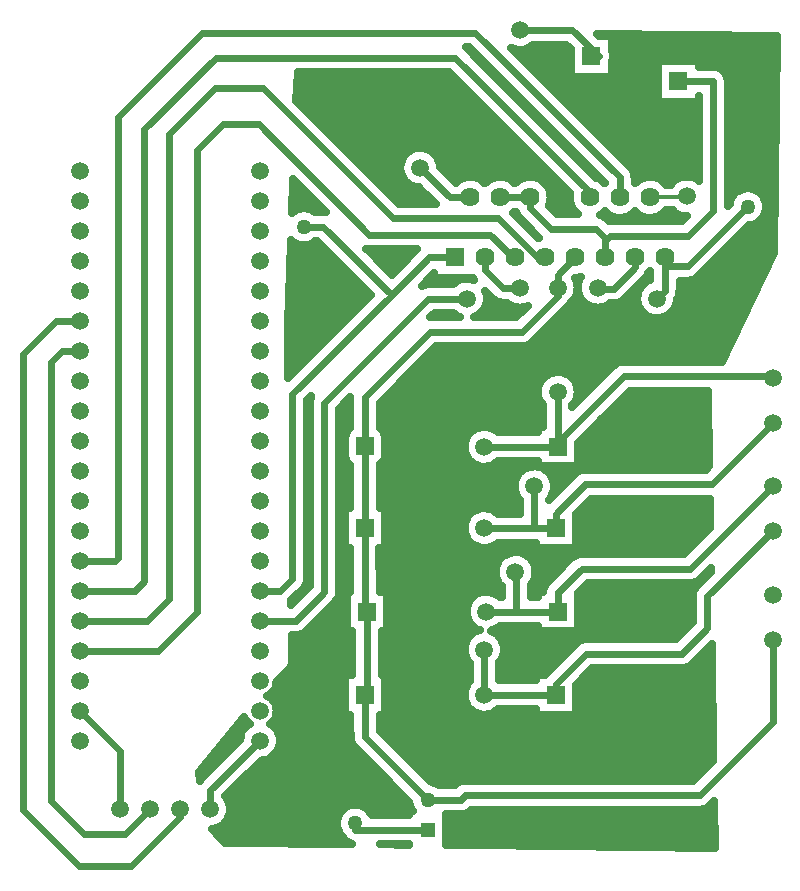
<source format=gbr>
G04 DipTrace 5.1.0.2*
G04 Stepper_0.1.0.gbr*
%MOIN*%
G04 #@! TF.FileFunction,Copper,L1,Top*
G04 #@! TF.Part,Single*
%AMOUTLINE0*
4,1,4,
-0.029416,0.029639,
0.029639,0.029416,
0.029416,-0.029639,
-0.029639,-0.029416,
-0.029416,0.029639,
0*%
G04 #@! TA.AperFunction,Conductor*
%ADD14C,0.023622*%
%ADD15C,0.0125*%
G04 #@! TA.AperFunction,CopperBalancing*
%ADD16C,0.025*%
G04 #@! TA.AperFunction,ComponentPad*
%ADD17R,0.062992X0.062992*%
%ADD18C,0.062992*%
%ADD19C,0.05*%
%ADD20R,0.05X0.05*%
%ADD21R,0.059055X0.059055*%
%ADD22C,0.059055*%
%ADD23C,0.059055*%
%ADD24C,0.05*%
%ADD26R,0.06378X0.06378*%
%ADD27C,0.06378*%
%ADD52OUTLINE0*%
%FSLAX26Y26*%
G04*
G70*
G90*
G75*
G01*
G04 Top*
%LPD*%
X2282400Y2694819D2*
D14*
Y2658835D1*
X2351193Y2590042D1*
X2501724D1*
X2532400Y2559366D1*
Y2494819D1*
X2182400Y2694819D2*
X2282400D1*
X2532400Y2494819D2*
Y2549188D1*
X2550077Y2566865D1*
X2810063D1*
X2893156Y2649958D1*
Y3081903D1*
X2776444D1*
X1216600Y655548D2*
Y718126D1*
X1382269Y883795D1*
X782269Y1483795D2*
X899825D1*
X910386Y1494356D1*
Y2964358D1*
X1189077Y3243050D1*
X2100727D1*
X2582400Y2761377D1*
Y2694819D1*
X782269Y1383795D2*
X964709D1*
X996391Y1415478D1*
Y2921335D1*
X1235129Y3160072D1*
X2033941D1*
X2482400Y2711613D1*
Y2694819D1*
X2332400Y2494819D2*
X2306457D1*
X2176312Y2624963D1*
X1826609D1*
X1393142Y3058430D1*
X1233277D1*
X1080686Y2905840D1*
Y1357542D1*
X1006940Y1283795D1*
X782269D1*
Y1183795D2*
X1041390D1*
X1171919Y1314324D1*
Y2852781D1*
X1258802Y2939664D1*
X1377566D1*
X1746176Y2571054D1*
X2148969D1*
X2225203Y2494819D1*
X2232400D1*
X782269Y2183795D2*
X721199D1*
X684328Y2146924D1*
Y684110D1*
X795472Y572966D1*
X934024D1*
X1016600Y655542D1*
X2375118Y2393894D2*
Y2437537D1*
X2432400Y2494819D1*
X2487289Y3164992D2*
X2510953D1*
X2423210Y3252735D1*
X2247546D1*
X1940762Y687072D2*
X2051675D1*
X2066886Y702282D1*
X2847445D1*
X3090894Y945731D1*
Y1219193D1*
X1732381Y1865055D2*
Y1592577D1*
X1732379Y1592576D1*
Y1314093D1*
X1739058D1*
Y1043256D1*
X1732433Y1036631D1*
Y895400D1*
X1940762Y687072D1*
X1732381Y1865055D2*
Y2030253D1*
X1949383Y2247256D1*
X2256497D1*
X2375118Y2365877D1*
Y2393894D1*
X916600Y655539D2*
Y849465D1*
X782269Y983795D1*
X2082400Y2694819D2*
X2015303D1*
X1916377Y2793745D1*
X2130016Y1863551D2*
X2374371D1*
X2375118Y1864297D1*
Y2046760D2*
Y1867720D1*
X2379288Y1863551D1*
X2130016D1*
X2375118Y1864297D2*
Y1879989D1*
X2594238Y2099109D1*
X3083883D1*
X3090894Y2092098D1*
X2132400Y2494819D2*
Y2451370D1*
X2191703Y2392067D1*
X2245719D1*
X2247546Y2393894D1*
X2130017Y1592576D2*
X2296873Y1592570D1*
X2368440D1*
X2296873Y1732020D2*
Y1592570D1*
X2368440D2*
Y1640672D1*
X2466899Y1739132D1*
X2887927D1*
X3090894Y1942098D1*
X2632400Y2494819D2*
Y2461633D1*
X2561076Y2390308D1*
X2511054D1*
X2507469Y2393894D1*
X2136696Y1314106D2*
X2236762Y1314105D1*
X2375107D1*
X2375118Y1314094D1*
X2236762Y1314105D2*
Y1419432D1*
X2234041Y1422154D1*
Y1446160D1*
X2375118Y1314094D2*
Y1377980D1*
X2454655Y1457517D1*
X2814185D1*
X3090894Y1734226D1*
X2682400Y2694819D2*
D15*
X2800938D1*
X2804528Y2698408D1*
X2130071Y1036631D2*
D14*
X2368434D1*
X2368440Y1036625D1*
X2130071D2*
Y1187592D1*
X2368440Y1036625D2*
Y1072545D1*
X2469348Y1173454D1*
X2787695D1*
X2873404Y1259163D1*
Y1366736D1*
X3090894Y1584226D1*
X1699688Y608066D2*
Y587072D1*
X1940768D1*
X782269Y2283795D2*
X702883D1*
X591109Y2172021D1*
Y651844D1*
X777546Y465407D1*
X953227D1*
X1116600Y628780D1*
Y655545D1*
X3008432Y2663608D2*
X3005801D1*
X2807751Y2465558D1*
X2732400D1*
Y2494819D1*
X1382269Y1283795D2*
X1501499D1*
X1596671Y1378967D1*
Y2010102D1*
X1944050Y2357482D1*
X2072134D1*
X2732400Y2494819D2*
Y2383911D1*
X2705971Y2357482D1*
X1529022Y2597593D2*
X1593381D1*
X1821780Y2369194D1*
X1947322Y2494736D1*
X2032318D1*
X2032400Y2494819D1*
X1382269Y1383795D2*
X1449923D1*
X1490577Y1424450D1*
Y2037992D1*
X1821780Y2369194D1*
X2557847Y3222945D2*
D16*
X3102915D1*
X2287190Y3198076D2*
X2406977D1*
X2557847D2*
X3102538D1*
X2091711Y3173207D2*
X2099665D1*
X2241474D2*
X2416738D1*
X2561112D2*
X3102180D1*
X2116579Y3148338D2*
X2124533D1*
X2266341D2*
X2416738D1*
X2558869D2*
X2705893D1*
X2847001D2*
X3101821D1*
X2141446Y3123470D2*
X2149401D1*
X2291209D2*
X2416738D1*
X2557847D2*
X2705893D1*
X2920384D2*
X3101462D1*
X1509777Y3098601D2*
X2024506D1*
X2166314D2*
X2174268D1*
X2316077D2*
X2416738D1*
X2557847D2*
X2705893D1*
X2941054D2*
X3101103D1*
X1508790Y3073732D2*
X2049373D1*
X2191182D2*
X2199136D1*
X2340945D2*
X2705893D1*
X2944014D2*
X3100726D1*
X1507786Y3048863D2*
X2074241D1*
X2216050D2*
X2224022D1*
X2365812D2*
X2705893D1*
X2944014D2*
X3100367D1*
X1506781Y3023994D2*
X2099127D1*
X2240917D2*
X2248890D1*
X2390680D2*
X2705893D1*
X2944014D2*
X3100009D1*
X1523341Y2999126D2*
X2123995D1*
X2265785D2*
X2273757D1*
X2415548D2*
X2842288D1*
X2944014D2*
X3099650D1*
X1548209Y2974257D2*
X2148862D1*
X2290653D2*
X2298625D1*
X2440416D2*
X2842288D1*
X2944014D2*
X3099291D1*
X1573077Y2949388D2*
X2173730D1*
X2315521D2*
X2323493D1*
X2465283D2*
X2842288D1*
X2944014D2*
X3098914D1*
X1597945Y2924519D2*
X2198598D1*
X2340388D2*
X2348360D1*
X2490151D2*
X2842288D1*
X2944014D2*
X3098555D1*
X1622830Y2899651D2*
X2223466D1*
X2365256D2*
X2373228D1*
X2515019D2*
X2842288D1*
X2944014D2*
X3098196D1*
X1647698Y2874782D2*
X2248333D1*
X2390124D2*
X2398096D1*
X2539886D2*
X2842288D1*
X2944014D2*
X3097838D1*
X1672566Y2849913D2*
X1879067D1*
X1953700D2*
X2273201D1*
X2414992D2*
X2422964D1*
X2564772D2*
X2842288D1*
X2944014D2*
X3097479D1*
X1697433Y2825044D2*
X1855671D1*
X1977079D2*
X2298069D1*
X2439877D2*
X2447831D1*
X2589640D2*
X2842288D1*
X2944014D2*
X3097120D1*
X1722301Y2800176D2*
X1848099D1*
X1984650D2*
X2322937D1*
X2464745D2*
X2472699D1*
X2614508D2*
X2842288D1*
X2944014D2*
X3096743D1*
X1747169Y2775307D2*
X1850414D1*
X2005714D2*
X2347804D1*
X2489613D2*
X2497567D1*
X2631212D2*
X2842288D1*
X2944014D2*
X3096384D1*
X1772037Y2750438D2*
X1863960D1*
X2030582D2*
X2040008D1*
X2124796D2*
X2140017D1*
X2224787D2*
X2240008D1*
X2324797D2*
X2372672D1*
X2724798D2*
X2761280D1*
X2944014D2*
X3096025D1*
X1494813Y2725569D2*
X1520764D1*
X1796904D2*
X1913659D1*
X2346040D2*
X2397540D1*
X2944014D2*
X3095667D1*
X1493809Y2700701D2*
X1545631D1*
X1821772D2*
X1938527D1*
X2353091D2*
X2411714D1*
X2944014D2*
X2956813D1*
X3060064D2*
X3095308D1*
X1492804Y2675832D2*
X1570499D1*
X1846640D2*
X1963395D1*
X2350651D2*
X2414136D1*
X3071260D2*
X3094931D1*
X1562186Y2650963D2*
X1595367D1*
X2361165D2*
X2427360D1*
X2737447D2*
X2756023D1*
X3071170D2*
X3094572D1*
X2536460Y2626094D2*
X2798384D1*
X3059741D2*
X3094213D1*
X3014311Y2601225D2*
X3093854D1*
X2989444Y2576357D2*
X3093496D1*
X2964576Y2551488D2*
X3093137D1*
X1486811Y2526619D2*
X1593447D1*
X2939708D2*
X3092760D1*
X1485824Y2501750D2*
X1618315D1*
X1760123D2*
X1883427D1*
X2914840D2*
X3088400D1*
X1484820Y2476882D2*
X1643200D1*
X1784991D2*
X1858559D1*
X2889973D2*
X3076469D1*
X1483815Y2452013D2*
X1668068D1*
X1809859D2*
X1833692D1*
X2865105D2*
X3064519D1*
X1482828Y2427144D2*
X1692936D1*
X1950632D2*
X1961457D1*
X2668818D2*
X2681527D1*
X2839645D2*
X3052570D1*
X1481823Y2402275D2*
X1717804D1*
X2643951D2*
X2654883D1*
X2783271D2*
X3040638D1*
X1480819Y2377407D2*
X1742671D1*
X2619083D2*
X2640458D1*
X2782822D2*
X3028689D1*
X1479832Y2352538D2*
X1734221D1*
X2140531D2*
X2161332D1*
X2429166D2*
X2453429D1*
X2593785D2*
X2637569D1*
X2774372D2*
X3016739D1*
X1478827Y2327669D2*
X1709353D1*
X2133606D2*
X2266006D1*
X2407815D2*
X2644495D1*
X2767446D2*
X3004790D1*
X1477840Y2302800D2*
X1684485D1*
X1960267D2*
X2032526D1*
X2111734D2*
X2241139D1*
X2382947D2*
X2666366D1*
X2745575D2*
X2992858D1*
X1476835Y2277931D2*
X1659617D1*
X2358079D2*
X2980909D1*
X1477140Y2253063D2*
X1634750D1*
X2333212D2*
X2968960D1*
X1477445Y2228194D2*
X1609882D1*
X2308344D2*
X2957010D1*
X1477768Y2203325D2*
X1585014D1*
X2279224D2*
X2945079D1*
X1478073Y2178456D2*
X1560146D1*
X1951476D2*
X2933129D1*
X1478396Y2153588D2*
X1535279D1*
X1926608D2*
X2921180D1*
X1478701Y2128719D2*
X1510411D1*
X1901740D2*
X2552954D1*
X1876872Y2103850D2*
X2339336D1*
X2410901D2*
X2528086D1*
X1852005Y2078981D2*
X2314916D1*
X2435320D2*
X2503219D1*
X1827137Y2054113D2*
X2306950D1*
X2443286D2*
X2478333D1*
X1802269Y2029244D2*
X2308906D1*
X2441331D2*
X2453465D1*
X2595274D2*
X2874100D1*
X1661836Y2004375D2*
X1681507D1*
X1783250D2*
X2321914D1*
X2570406D2*
X2874441D1*
X1647536Y1979506D2*
X1681507D1*
X1783250D2*
X2324246D1*
X2545538D2*
X2874799D1*
X1647536Y1954638D2*
X1681507D1*
X1783250D2*
X2324246D1*
X2520671D2*
X2875140D1*
X1647536Y1929769D2*
X1681507D1*
X1783250D2*
X2306537D1*
X2495803D2*
X2875499D1*
X1647536Y1904900D2*
X1665359D1*
X1799560D2*
X2075964D1*
X2470935D2*
X2875840D1*
X1647536Y1880031D2*
X1663852D1*
X1801013D2*
X2063530D1*
X2446067D2*
X2876181D1*
X1647536Y1855162D2*
X1663762D1*
X1800923D2*
X2061969D1*
X2443699D2*
X2876540D1*
X1647536Y1830294D2*
X1664085D1*
X1800493D2*
X2070420D1*
X2443699D2*
X2876881D1*
X1647536Y1805425D2*
X1679659D1*
X1785188D2*
X2096077D1*
X2163946D2*
X2306537D1*
X2443699D2*
X2877240D1*
X1647536Y1780556D2*
X1681507D1*
X1783250D2*
X2249535D1*
X2344210D2*
X2439435D1*
X1647536Y1755687D2*
X1681507D1*
X1783250D2*
X2232670D1*
X2361076D2*
X2412557D1*
X1647536Y1730819D2*
X1681507D1*
X1783250D2*
X2228292D1*
X2365436D2*
X2387690D1*
X1647536Y1705950D2*
X1681507D1*
X1783250D2*
X2233657D1*
X1647536Y1681081D2*
X1681507D1*
X1783250D2*
X2246001D1*
X2479745D2*
X2878962D1*
X1647536Y1656212D2*
X1663798D1*
X1800959D2*
X2109695D1*
X2150328D2*
X2246001D1*
X2454877D2*
X2879321D1*
X1647536Y1631344D2*
X1663798D1*
X1800959D2*
X2074008D1*
X2437024D2*
X2879662D1*
X1647536Y1606475D2*
X1663798D1*
X1800959D2*
X2062920D1*
X2437024D2*
X2880021D1*
X1647536Y1581606D2*
X1663798D1*
X1800959D2*
X2062346D1*
X2437024D2*
X2867371D1*
X1647536Y1556737D2*
X1663798D1*
X1800959D2*
X2071998D1*
X2437024D2*
X2842504D1*
X1647536Y1531869D2*
X1663798D1*
X1800959D2*
X2101406D1*
X2158617D2*
X2299863D1*
X2437024D2*
X2817636D1*
X1647536Y1507000D2*
X1681507D1*
X1783250D2*
X2205739D1*
X2262340D2*
X2792768D1*
X1647536Y1482131D2*
X1681507D1*
X1783250D2*
X2176098D1*
X2291981D2*
X2408377D1*
X1647536Y1457262D2*
X1681507D1*
X1783250D2*
X2166392D1*
X2301687D2*
X2383491D1*
X1647536Y1432393D2*
X1681507D1*
X1783250D2*
X2166912D1*
X2301167D2*
X2358623D1*
X2859955D2*
X2868161D1*
X1647536Y1407525D2*
X1681507D1*
X1783250D2*
X2177929D1*
X2290151D2*
X2334330D1*
X2475564D2*
X2843293D1*
X1519681Y1382656D2*
X1529465D1*
X1647536D2*
X1681507D1*
X1783250D2*
X2185895D1*
X2287621D2*
X2324480D1*
X2450696D2*
X2825225D1*
X1494813Y1357787D2*
X1504598D1*
X1642656D2*
X1670472D1*
X1807634D2*
X2084612D1*
X2443699D2*
X2822534D1*
X1621520Y1332918D2*
X1670472D1*
X1807634D2*
X2070850D1*
X2443699D2*
X2822534D1*
X1596653Y1308050D2*
X1670472D1*
X1807634D2*
X2068392D1*
X2443699D2*
X2822534D1*
X1571785Y1283181D2*
X1670472D1*
X1807634D2*
X2075802D1*
X2443699D2*
X2822534D1*
X1546917Y1258312D2*
X1670472D1*
X1807634D2*
X2098786D1*
X2174603D2*
X2306537D1*
X2443699D2*
X2801650D1*
X1489969Y1233443D2*
X1688199D1*
X1789925D2*
X2079983D1*
X2180165D2*
X2776782D1*
X1490274Y1208575D2*
X1688199D1*
X1789925D2*
X2064911D1*
X2195237D2*
X2433585D1*
X1490597Y1183706D2*
X1688199D1*
X1789925D2*
X2061610D1*
X2198538D2*
X2408700D1*
X2868855D2*
X2885924D1*
X1490902Y1158837D2*
X1688199D1*
X1789925D2*
X2068069D1*
X2192061D2*
X2383832D1*
X2843987D2*
X2886282D1*
X1491207Y1133968D2*
X1688199D1*
X1789925D2*
X2079211D1*
X2180937D2*
X2358964D1*
X2818132D2*
X2886623D1*
X1467649Y1109099D2*
X1688199D1*
X1789925D2*
X2079211D1*
X2180937D2*
X2334097D1*
X2475887D2*
X2886964D1*
X1442763Y1084231D2*
X1663852D1*
X1801013D2*
X2079211D1*
X2451019D2*
X2887323D1*
X1434546Y1059362D2*
X1663852D1*
X1801013D2*
X2065521D1*
X2437024D2*
X2887664D1*
X1410145Y1034493D2*
X1663852D1*
X1801013D2*
X2061520D1*
X2437024D2*
X2888005D1*
X1433846Y1009624D2*
X1663852D1*
X1801013D2*
X2067262D1*
X2437024D2*
X2888364D1*
X1440216Y984756D2*
X1663852D1*
X1801013D2*
X2086639D1*
X2173509D2*
X2299863D1*
X2437024D2*
X2888705D1*
X1434797Y959887D2*
X1681561D1*
X1783304D2*
X2889063D1*
X1309920Y935018D2*
X1338023D1*
X1426526D2*
X1681561D1*
X1783304D2*
X2889404D1*
X1289735Y910149D2*
X1319166D1*
X1445365D2*
X1681561D1*
X1788579D2*
X2889745D1*
X1269550Y885281D2*
X1312851D1*
X1450837D2*
X1682637D1*
X1813447D2*
X2890104D1*
X1249366Y860412D2*
X1287983D1*
X1446585D2*
X1696524D1*
X1838315D2*
X2890445D1*
X1229181Y835543D2*
X1263115D1*
X1429917D2*
X1721392D1*
X1863183D2*
X2890804D1*
X1208996Y810674D2*
X1238247D1*
X1380056D2*
X1746260D1*
X1888068D2*
X2884937D1*
X1188829Y785806D2*
X1213380D1*
X1355188D2*
X1771127D1*
X1912936D2*
X2860069D1*
X1330302Y760937D2*
X1795995D1*
X1937804D2*
X2835201D1*
X1305435Y736068D2*
X1820863D1*
X1980524D2*
X2029763D1*
X1280567Y711199D2*
X1845731D1*
X1277571Y686330D2*
X1870598D1*
X1284909Y661462D2*
X1666561D1*
X1732815D2*
X1882279D1*
X2875888D2*
X2893226D1*
X1282397Y636593D2*
X1642644D1*
X1756732D2*
X1876717D1*
X2004817D2*
X2893585D1*
X1268564Y611724D2*
X1635736D1*
X2004817D2*
X2893926D1*
X1226256Y586855D2*
X1639397D1*
X2004817D2*
X2894267D1*
X1251124Y561987D2*
X1655832D1*
X2004817D2*
X2894625D1*
X2004817Y537118D2*
X2894966D1*
X1657432Y563536D2*
X1654580Y566181D1*
X1648841Y573372D1*
X1644238Y581338D1*
X1640874Y589901D1*
X1638823Y598869D1*
X1638133Y608043D1*
X1638817Y617218D1*
X1640861Y626188D1*
X1644219Y634753D1*
X1648816Y642722D1*
X1654549Y649917D1*
X1661291Y656178D1*
X1668891Y661363D1*
X1677178Y665358D1*
X1685969Y668073D1*
X1695065Y669447D1*
X1704265Y669450D1*
X1713363Y668082D1*
X1722156Y665374D1*
X1730446Y661385D1*
X1738049Y656205D1*
X1744796Y649950D1*
X1750534Y642759D1*
X1754764Y635439D1*
X1879212D1*
Y648627D1*
X1892914Y648622D1*
X1889915Y652379D1*
X1885312Y660344D1*
X1881948Y668907D1*
X1879898Y677876D1*
X1879762Y679677D1*
X1698233Y861200D1*
X1692391Y868272D1*
X1687990Y876319D1*
X1685187Y885053D1*
X1684083Y894168D1*
X1684067Y931786D1*
Y970550D1*
X1666351Y970548D1*
Y1102714D1*
X1690689D1*
X1690692Y1248005D1*
X1672975Y1248011D1*
Y1380176D1*
X1684019D1*
X1684013Y1526489D1*
X1666297Y1526493D1*
Y1658659D1*
X1684015D1*
X1684014Y1804253D1*
X1679341Y1807557D1*
X1673092Y1814258D1*
X1668707Y1822302D1*
X1666459Y1831184D1*
X1666187Y1835779D1*
X1666410Y1894833D1*
X1667593Y1903919D1*
X1670997Y1912425D1*
X1676410Y1919817D1*
X1683500Y1925635D1*
X1684014Y1929351D1*
Y2029044D1*
X1645032Y1990064D1*
X1645037Y1596888D1*
Y1378967D1*
X1644167Y1369836D1*
X1641589Y1361033D1*
X1637395Y1352875D1*
X1631730Y1345650D1*
X1605435Y1319332D1*
X1535699Y1249595D1*
X1528627Y1243754D1*
X1520579Y1239352D1*
X1511846Y1236549D1*
X1502731Y1235446D1*
X1487429Y1235429D1*
X1488304Y1166622D1*
X1488663Y1138021D1*
X1488648Y1137145D1*
X1486923Y1131436D1*
X1485004Y1128963D1*
X1437530Y1081482D1*
X1436963Y1074651D1*
X1434712Y1065773D1*
X1431030Y1057387D1*
X1426018Y1049722D1*
X1419813Y1042986D1*
X1412584Y1037363D1*
X1406110Y1033861D1*
X1406109Y1033731D1*
X1412613Y1030209D1*
X1419839Y1024581D1*
X1426040Y1017841D1*
X1431047Y1010173D1*
X1434723Y1001784D1*
X1436968Y992905D1*
X1437722Y983795D1*
X1436963Y974651D1*
X1434712Y965773D1*
X1431030Y957387D1*
X1426018Y949722D1*
X1419813Y942986D1*
X1416432Y940355D1*
X1416482Y940163D1*
X1419188Y938603D1*
X1426457Y932931D1*
X1432865Y926303D1*
X1438289Y918848D1*
X1442622Y910711D1*
X1445781Y902049D1*
X1447703Y893032D1*
X1448352Y883795D1*
X1447714Y874638D1*
X1445803Y865619D1*
X1442655Y856954D1*
X1438332Y848811D1*
X1432917Y841349D1*
X1426517Y834713D1*
X1419256Y829033D1*
X1411274Y824418D1*
X1402728Y820959D1*
X1393784Y818724D1*
X1384625Y817755D1*
X1266144Y699271D1*
X1267196Y698056D1*
X1272620Y690601D1*
X1276953Y682463D1*
X1280111Y673802D1*
X1282034Y664785D1*
X1282682Y655548D1*
X1282045Y646391D1*
X1280134Y637372D1*
X1276986Y628707D1*
X1272662Y620564D1*
X1267248Y613102D1*
X1260848Y606466D1*
X1253586Y600785D1*
X1245605Y596171D1*
X1237059Y592712D1*
X1228115Y590476D1*
X1220889Y589712D1*
X1266279Y544327D1*
X1689832Y539722D1*
X1688759Y539957D1*
X1686978Y540406D1*
X1685215Y540922D1*
X1683472Y541505D1*
X1681754Y542154D1*
X1680061Y542867D1*
X1678396Y543644D1*
X1676762Y544484D1*
X1675161Y545386D1*
X1667732Y550766D1*
X1661448Y557459D1*
X1657432Y563536D1*
X2002322Y638714D2*
Y536319D1*
X2106253Y535196D1*
X2897623Y526594D1*
X2895445Y681879D1*
X2881645Y668082D1*
X2874573Y662240D1*
X2866526Y657839D1*
X2857792Y655036D1*
X2848677Y653932D1*
X2810810Y653916D1*
X2086927D1*
X2085873Y652871D1*
X2078801Y647029D1*
X2070754Y642628D1*
X2062020Y639825D1*
X2052905Y638722D1*
X2014873Y638706D1*
X2002322D1*
X1879212Y537665D2*
Y538711D1*
X1783339Y538706D1*
X1879218Y537664D1*
X2435130Y1207636D2*
X2334240Y1106745D1*
X2330915Y1103060D1*
X2330625Y1102708D1*
X2302357D1*
X2302359Y1084997D1*
X2178437Y1084992D1*
X2178438Y1142780D1*
X2180719Y1145146D1*
X2186134Y1152608D1*
X2190457Y1160751D1*
X2193605Y1169416D1*
X2195516Y1178435D1*
X2196154Y1187632D1*
X2195505Y1196829D1*
X2193582Y1205846D1*
X2190424Y1214507D1*
X2186091Y1222645D1*
X2180667Y1230100D1*
X2174259Y1236728D1*
X2166990Y1242400D1*
X2159003Y1247004D1*
X2151923Y1249962D1*
X2157155Y1251270D1*
X2165701Y1254729D1*
X2173682Y1259343D1*
X2180944Y1265024D1*
X2181637Y1265743D1*
X2302156Y1265739D1*
X2309036Y1265747D1*
Y1248011D1*
X2441201D1*
X2441204Y1375666D1*
X2474695Y1409151D1*
X2815427Y1409167D1*
X2824532Y1410271D1*
X2833266Y1413074D1*
X2841314Y1417476D1*
X2848385Y1423317D1*
X2884569Y1459503D1*
X2884747Y1446479D1*
X2839204Y1400936D1*
X2835879Y1397251D1*
X2830793Y1389618D1*
X2827239Y1381162D1*
X2825346Y1372178D1*
X2825038Y1366716D1*
Y1279196D1*
X2767660Y1221820D1*
X2469348D1*
X2464392Y1221565D1*
X2455398Y1219764D1*
X2446905Y1216298D1*
X2439214Y1211284D1*
X2435130Y1207636D1*
X2274540Y2333703D2*
X2268005Y2331058D1*
X2259061Y2328822D1*
X2249893Y2327853D1*
X2240679Y2328169D1*
X2231598Y2329764D1*
X2222829Y2332608D1*
X2214540Y2336644D1*
X2206893Y2341795D1*
X2204771Y2343703D1*
X2191703Y2343701D1*
X2182572Y2344571D1*
X2173769Y2347149D1*
X2165612Y2351342D1*
X2158386Y2357007D1*
X2133589Y2381781D1*
X2135645Y2375735D1*
X2137568Y2366719D1*
X2138217Y2357482D1*
X2137579Y2348325D1*
X2135668Y2339306D1*
X2132520Y2330640D1*
X2128197Y2322498D1*
X2122782Y2315036D1*
X2116382Y2308400D1*
X2109120Y2302719D1*
X2101139Y2298105D1*
X2095005Y2295622D1*
X2236456D1*
X2274313Y2333472D1*
X1913855Y2727871D2*
X1909509Y2728021D1*
X1900429Y2729616D1*
X1891659Y2732459D1*
X1883370Y2736496D1*
X1875724Y2741647D1*
X1868869Y2747811D1*
X1862938Y2754870D1*
X1858048Y2762686D1*
X1854293Y2771106D1*
X1851746Y2779966D1*
X1850458Y2789095D1*
X1850452Y2798315D1*
X1851730Y2807445D1*
X1854265Y2816309D1*
X1858010Y2824734D1*
X1862891Y2832555D1*
X1868813Y2839621D1*
X1875660Y2845794D1*
X1883300Y2850954D1*
X1891584Y2855001D1*
X1900350Y2857855D1*
X1909429Y2859462D1*
X1918642Y2859789D1*
X1927812Y2858831D1*
X1936759Y2856606D1*
X1945309Y2853158D1*
X1953296Y2848553D1*
X1960564Y2842882D1*
X1966973Y2836254D1*
X1972396Y2828798D1*
X1976730Y2820661D1*
X1979888Y2811999D1*
X1981811Y2802982D1*
X1982286Y2796238D1*
X2034664Y2743858D1*
X2038238Y2747110D1*
X2045602Y2752530D1*
X2053622Y2756920D1*
X2062156Y2760202D1*
X2071052Y2762316D1*
X2080149Y2763227D1*
X2089287Y2762916D1*
X2098302Y2761391D1*
X2107034Y2758677D1*
X2115325Y2754824D1*
X2123030Y2749900D1*
X2130009Y2743993D1*
X2132301Y2741456D1*
X2138238Y2747110D1*
X2145602Y2752530D1*
X2153622Y2756920D1*
X2162156Y2760202D1*
X2171052Y2762316D1*
X2180149Y2763227D1*
X2189287Y2762916D1*
X2198302Y2761391D1*
X2207034Y2758677D1*
X2215325Y2754824D1*
X2223030Y2749900D1*
X2230009Y2743993D1*
X2230745Y2743179D1*
X2233970Y2743185D1*
X2238238Y2747110D1*
X2245602Y2752530D1*
X2253622Y2756920D1*
X2262156Y2760202D1*
X2271052Y2762316D1*
X2280149Y2763227D1*
X2289287Y2762916D1*
X2298302Y2761391D1*
X2307034Y2758677D1*
X2315325Y2754824D1*
X2323030Y2749900D1*
X2330009Y2743993D1*
X2336138Y2737209D1*
X2341309Y2729668D1*
X2345428Y2721506D1*
X2348423Y2712867D1*
X2350239Y2703906D1*
X2350845Y2694819D1*
X2350230Y2685660D1*
X2348404Y2676701D1*
X2345400Y2668065D1*
X2344114Y2665524D1*
X2371222Y2638413D1*
X2443646Y2638408D1*
X2438183Y2642574D1*
X2431614Y2648934D1*
X2425951Y2656113D1*
X2421296Y2663982D1*
X2417731Y2672402D1*
X2415320Y2681221D1*
X2414106Y2690284D1*
X2414111Y2699427D1*
X2415334Y2708488D1*
X2415719Y2709891D1*
X2013906Y3111707D1*
X1507799Y3111706D1*
X1503965Y3016016D1*
X1596110Y2923863D1*
X1846646Y2673327D1*
X1968395Y2673329D1*
X1914016Y2727706D1*
X2807206Y2632402D2*
X2806874Y2632367D1*
X2797660Y2632683D1*
X2788580Y2634279D1*
X2779810Y2637122D1*
X2771521Y2641159D1*
X2763875Y2646309D1*
X2757535Y2652011D1*
X2735801Y2652014D1*
X2729957Y2645594D1*
X2722971Y2639694D1*
X2715262Y2634779D1*
X2706966Y2630934D1*
X2698232Y2628230D1*
X2689215Y2626714D1*
X2680077Y2626413D1*
X2670980Y2627333D1*
X2662087Y2629458D1*
X2653556Y2632748D1*
X2645541Y2637147D1*
X2638183Y2642574D1*
X2632441Y2648133D1*
X2629957Y2645594D1*
X2622971Y2639694D1*
X2615262Y2634779D1*
X2606966Y2630934D1*
X2598232Y2628230D1*
X2589215Y2626714D1*
X2580077Y2626413D1*
X2570980Y2627333D1*
X2562087Y2629458D1*
X2553556Y2632748D1*
X2545541Y2637147D1*
X2538183Y2642574D1*
X2532441Y2648133D1*
X2529957Y2645594D1*
X2522971Y2639694D1*
X2517046Y2635916D1*
X2519658Y2634960D1*
X2527816Y2630767D1*
X2535041Y2625102D1*
X2545179Y2614987D1*
X2550077Y2615231D1*
X2790035D1*
X2807178Y2632380D1*
X1567040Y2549223D2*
X1559819Y2544296D1*
X1551532Y2540301D1*
X1542741Y2537586D1*
X1533644Y2536212D1*
X1524444Y2536209D1*
X1515347Y2537576D1*
X1506554Y2540285D1*
X1498264Y2544274D1*
X1490661Y2549454D1*
X1485423Y2554310D1*
X1481328Y2452147D1*
X1474327Y2277755D1*
X1476658Y2092478D1*
X1753373Y2369188D1*
X1683799Y2438775D1*
X1573353Y2549221D1*
X1567093Y2549227D1*
X1593356Y2645959D2*
X1567050Y2645960D1*
X1559780Y2650913D1*
X1551490Y2654901D1*
X1542698Y2657610D1*
X1533600Y2658978D1*
X1524400Y2658975D1*
X1515303Y2657600D1*
X1506513Y2654885D1*
X1498225Y2650890D1*
X1490626Y2645705D1*
X1489039Y2644232D1*
X1493501Y2755329D1*
X1604068Y2644762D1*
X1593356Y2645959D1*
X1316346Y886267D2*
X1316345Y888365D1*
X1317622Y897495D1*
X1320158Y906359D1*
X1323902Y914783D1*
X1328783Y922605D1*
X1334705Y929671D1*
X1341553Y935844D1*
X1348006Y940203D1*
X1344699Y943009D1*
X1338498Y949749D1*
X1333492Y957418D1*
X1330724Y963734D1*
X1180425Y778541D1*
X1181040Y750913D1*
X1182400Y752326D1*
X1316231Y886158D1*
X2090986Y2426374D2*
X1963956D1*
Y2442961D1*
X1920976Y2399990D1*
X1923250Y2401147D1*
X1924924Y2401905D1*
X1926625Y2402600D1*
X1928351Y2403229D1*
X1930099Y2403792D1*
X1931868Y2404289D1*
X1933655Y2404717D1*
X1942759Y2405831D1*
X1953199Y2405848D1*
X2027111D1*
X2031417Y2409531D1*
X2039057Y2414691D1*
X2047341Y2418737D1*
X2056108Y2421592D1*
X2065186Y2423198D1*
X2074400Y2423525D1*
X2083569Y2422567D1*
X2092516Y2420343D1*
X2096816Y2418608D1*
X2092354Y2424250D1*
X2090986Y2426374D1*
X2230730Y2646448D2*
X2229957Y2645594D1*
X2226771Y2642903D1*
X2310136Y2559540D1*
X2312156Y2560202D1*
X2312547Y2560294D1*
X2248200Y2624635D1*
X2242358Y2631706D1*
X2237954Y2639762D1*
X2234898Y2645754D1*
X2234176Y2646453D1*
X2230831D1*
X2502250Y2760164D2*
X2507034Y2758677D1*
X2515325Y2754824D1*
X2523030Y2749900D1*
X2530009Y2743993D1*
X2532301Y2741456D1*
X2533162Y2742206D1*
X2385794Y2889583D1*
X2080691Y3194686D1*
X2067721Y3194684D1*
X2133009Y3129404D1*
X2502029Y2760384D1*
X2049189Y2295621D2*
X2047416Y2296196D1*
X2039128Y2300232D1*
X2031481Y2305383D1*
X2027324Y2309121D1*
X1964079Y2309115D1*
X1950585Y2295617D1*
X2048889Y2295622D1*
X1798351Y1835301D2*
X1798575Y1894333D1*
X1798302Y1898927D1*
X1796055Y1907809D1*
X1791669Y1915854D1*
X1785413Y1922560D1*
X1780747Y1925866D1*
X1780749Y2010222D1*
X1969425Y2198890D1*
X2257739Y2198906D1*
X2266844Y2200009D1*
X2275578Y2202813D1*
X2283626Y2207214D1*
X2290697Y2213056D1*
X2410185Y2332565D1*
X2415843Y2339785D1*
X2418210Y2343908D1*
X2419366Y2344812D1*
X2425766Y2351448D1*
X2431181Y2358910D1*
X2435504Y2367052D1*
X2438652Y2375718D1*
X2440563Y2384737D1*
X2441201Y2393934D1*
X2440552Y2403131D1*
X2438630Y2412148D1*
X2435471Y2420809D1*
X2432602Y2426497D1*
X2439215Y2426714D1*
X2448232Y2428230D1*
X2451785Y2429182D1*
X2449102Y2424882D1*
X2445357Y2416457D1*
X2442821Y2407593D1*
X2441544Y2398463D1*
X2441550Y2389244D1*
X2442838Y2380115D1*
X2445385Y2371254D1*
X2449140Y2362834D1*
X2454030Y2355018D1*
X2459961Y2347960D1*
X2466816Y2341795D1*
X2474462Y2336644D1*
X2482751Y2332608D1*
X2491521Y2329764D1*
X2500601Y2328169D1*
X2509815Y2327853D1*
X2518984Y2328822D1*
X2527928Y2331058D1*
X2536474Y2334517D1*
X2544455Y2339131D1*
X2548050Y2341944D1*
X2561076Y2341942D1*
X2566033Y2342197D1*
X2575027Y2343998D1*
X2583519Y2347464D1*
X2591211Y2352478D1*
X2595294Y2356126D1*
X2666600Y2427432D1*
X2671057Y2432565D1*
X2675850Y2440385D1*
X2677112Y2443191D1*
X2679957Y2445594D1*
X2682300Y2448182D1*
X2682446Y2448128D1*
X2684031Y2446594D1*
X2684029Y2419665D1*
X2681179Y2418737D1*
X2672895Y2414691D1*
X2665255Y2409531D1*
X2658407Y2403357D1*
X2652485Y2396291D1*
X2647605Y2388470D1*
X2643860Y2380045D1*
X2641324Y2371181D1*
X2640047Y2362051D1*
X2640052Y2352832D1*
X2641341Y2343703D1*
X2643888Y2334842D1*
X2647643Y2326422D1*
X2652533Y2318606D1*
X2658463Y2311548D1*
X2665319Y2305383D1*
X2672965Y2300232D1*
X2681254Y2296196D1*
X2690024Y2293352D1*
X2699104Y2291757D1*
X2708318Y2291441D1*
X2717486Y2292410D1*
X2726430Y2294646D1*
X2734976Y2298105D1*
X2742958Y2302719D1*
X2750219Y2308400D1*
X2756619Y2315036D1*
X2762034Y2322498D1*
X2766357Y2330640D1*
X2769505Y2339306D1*
X2771416Y2348325D1*
X2771956Y2356078D1*
X2775011Y2361029D1*
X2778565Y2369485D1*
X2780459Y2378469D1*
X2780766Y2383935D1*
X2780758Y2417192D1*
X2808992Y2417207D1*
X2818098Y2418311D1*
X2826832Y2421114D1*
X2834879Y2425516D1*
X2841951Y2431358D1*
X3012811Y2602226D1*
X3013054D1*
X3022151Y2603601D1*
X3030941Y2606316D1*
X3039229Y2610310D1*
X3046828Y2615496D1*
X3053570Y2621756D1*
X3059304Y2628951D1*
X3063901Y2636920D1*
X3067259Y2645485D1*
X3069303Y2654455D1*
X3069987Y2663630D1*
X3069296Y2672804D1*
X3067246Y2681773D1*
X3063881Y2690335D1*
X3059278Y2698301D1*
X3053540Y2705492D1*
X3046793Y2711747D1*
X3039190Y2716927D1*
X3030900Y2720916D1*
X3022107Y2723624D1*
X3013010Y2724992D1*
X3003810Y2724989D1*
X2994713Y2723614D1*
X2985922Y2720900D1*
X2977635Y2716905D1*
X2970035Y2711719D1*
X2963294Y2705459D1*
X2957560Y2698264D1*
X2952963Y2690295D1*
X2949605Y2681730D1*
X2947753Y2673961D1*
X2941522Y2667727D1*
Y3072904D1*
X2941459Y3084384D1*
X2940122Y3093459D1*
X2937095Y3102118D1*
X2932489Y3110050D1*
X2926467Y3116969D1*
X2919248Y3122628D1*
X2911090Y3126821D1*
X2902287Y3129399D1*
X2893156Y3130269D1*
X2844495Y3130263D1*
Y3149954D1*
X2708392D1*
Y3013852D1*
X2844495D1*
X2844500Y3033537D1*
X2844790Y3033543D1*
X2844786Y2750609D1*
X2841279Y2753329D1*
X2833278Y2757909D1*
X2824717Y2761331D1*
X2815763Y2763529D1*
X2806591Y2764459D1*
X2797378Y2764103D1*
X2788305Y2762469D1*
X2779547Y2759587D1*
X2771276Y2755515D1*
X2763652Y2750332D1*
X2756823Y2744138D1*
X2751401Y2737628D1*
X2735761Y2737626D1*
X2730009Y2743993D1*
X2723030Y2749900D1*
X2715325Y2754824D1*
X2707034Y2758677D1*
X2698302Y2761391D1*
X2689287Y2762916D1*
X2680149Y2763227D1*
X2671052Y2762316D1*
X2662156Y2760202D1*
X2653622Y2756920D1*
X2645602Y2752530D1*
X2638238Y2747110D1*
X2632302Y2741455D1*
X2630768Y2743153D1*
X2630767Y2761377D1*
X2630512Y2766333D1*
X2628711Y2775327D1*
X2625244Y2783820D1*
X2620230Y2791511D1*
X2616582Y2795595D1*
X2218741Y3193440D1*
X2222829Y3191449D1*
X2231598Y3188605D1*
X2240679Y3187010D1*
X2249893Y3186694D1*
X2259061Y3187663D1*
X2268005Y3189899D1*
X2276551Y3193358D1*
X2284532Y3197973D1*
X2291794Y3203653D1*
X2292573Y3204369D1*
X2403175Y3204370D1*
X2419238Y3188311D1*
Y3096941D1*
X2555340D1*
Y3141180D1*
X2556317Y3148217D1*
X2558668Y3157083D1*
X2559303Y3166233D1*
X2558199Y3175339D1*
X2555340Y3184196D1*
Y3233043D1*
X2511298Y3233047D1*
X2505442Y3238907D1*
X3105562Y3233583D1*
X3095028Y2510326D1*
X2920746Y2147476D1*
X2594238D1*
X2589282Y2147221D1*
X2580288Y2145420D1*
X2571796Y2141953D1*
X2564104Y2136940D1*
X2560024Y2133295D1*
X2423484Y1996747D1*
X2423485Y2001948D1*
X2425766Y2004314D1*
X2431181Y2011776D1*
X2435504Y2019919D1*
X2438652Y2028584D1*
X2440563Y2037603D1*
X2441201Y2046800D1*
X2440552Y2055997D1*
X2438630Y2065014D1*
X2435471Y2073675D1*
X2431138Y2081813D1*
X2425714Y2089268D1*
X2419306Y2095896D1*
X2412037Y2101568D1*
X2404050Y2106172D1*
X2395500Y2109621D1*
X2386553Y2111846D1*
X2377384Y2112804D1*
X2368170Y2112476D1*
X2359092Y2110870D1*
X2350326Y2108015D1*
X2342042Y2103969D1*
X2334402Y2098809D1*
X2327554Y2092636D1*
X2321632Y2085569D1*
X2316752Y2077748D1*
X2313007Y2069323D1*
X2310471Y2060460D1*
X2309194Y2051329D1*
X2309199Y2042110D1*
X2310488Y2032981D1*
X2313035Y2024120D1*
X2316790Y2015700D1*
X2321680Y2007885D1*
X2326752Y2001738D1*
X2326753Y1930380D1*
X2309035D1*
X2309036Y1911917D1*
X2174948Y1911916D1*
X2174203Y1912687D1*
X2166935Y1918358D1*
X2158948Y1922963D1*
X2150398Y1926411D1*
X2141451Y1928636D1*
X2132281Y1929594D1*
X2123068Y1929267D1*
X2113989Y1927660D1*
X2105223Y1924806D1*
X2096939Y1920760D1*
X2089299Y1915599D1*
X2082452Y1909426D1*
X2076530Y1902360D1*
X2071649Y1894539D1*
X2067904Y1886114D1*
X2065369Y1877250D1*
X2064091Y1868120D1*
X2064097Y1858900D1*
X2065385Y1849772D1*
X2067932Y1840911D1*
X2071687Y1832491D1*
X2076577Y1824675D1*
X2082508Y1817617D1*
X2089363Y1811452D1*
X2097009Y1806301D1*
X2105298Y1802265D1*
X2114068Y1799421D1*
X2123148Y1797826D1*
X2132362Y1797510D1*
X2141531Y1798479D1*
X2150475Y1800715D1*
X2159021Y1804174D1*
X2167002Y1808788D1*
X2174264Y1814469D1*
X2175041Y1815184D1*
X2309035Y1815179D1*
Y1798215D1*
X2441201D1*
X2441198Y1877669D1*
X2614269Y2050743D1*
X2876300Y2050742D1*
X2879817Y1799422D1*
X2867899Y1787498D1*
X2466899D1*
X2461943Y1787244D1*
X2452949Y1785443D1*
X2444456Y1781976D1*
X2436765Y1776962D1*
X2432682Y1773315D1*
X2345239Y1685868D1*
X2345240Y1687208D1*
X2347521Y1689574D1*
X2352935Y1697036D1*
X2357259Y1705178D1*
X2360407Y1713844D1*
X2362318Y1722863D1*
X2362955Y1732060D1*
X2362307Y1741257D1*
X2360384Y1750273D1*
X2357226Y1758935D1*
X2352893Y1767073D1*
X2347469Y1774528D1*
X2341061Y1781156D1*
X2333792Y1786827D1*
X2325805Y1791432D1*
X2317255Y1794881D1*
X2308308Y1797105D1*
X2299138Y1798064D1*
X2289925Y1797736D1*
X2280847Y1796130D1*
X2272080Y1793275D1*
X2263796Y1789229D1*
X2256156Y1784069D1*
X2249309Y1777895D1*
X2243387Y1770829D1*
X2238506Y1763008D1*
X2234761Y1754583D1*
X2232226Y1745719D1*
X2230948Y1736589D1*
X2230954Y1727370D1*
X2232243Y1718241D1*
X2234789Y1709380D1*
X2238544Y1700960D1*
X2243435Y1693144D1*
X2248506Y1686986D1*
X2248511Y1640938D1*
X2174950Y1640942D1*
X2174205Y1641712D1*
X2166936Y1647384D1*
X2158949Y1651989D1*
X2150399Y1655437D1*
X2141452Y1657662D1*
X2132283Y1658620D1*
X2123069Y1658293D1*
X2113991Y1656686D1*
X2105224Y1653832D1*
X2096941Y1649785D1*
X2089301Y1644625D1*
X2082453Y1638452D1*
X2076531Y1631386D1*
X2071651Y1623564D1*
X2067906Y1615140D1*
X2065370Y1606276D1*
X2064093Y1597145D1*
X2064098Y1587926D1*
X2065387Y1578797D1*
X2067934Y1569936D1*
X2071689Y1561516D1*
X2076579Y1553701D1*
X2082509Y1546642D1*
X2089364Y1540477D1*
X2097011Y1535327D1*
X2105300Y1531290D1*
X2114070Y1528447D1*
X2123150Y1526851D1*
X2132364Y1526535D1*
X2141532Y1527504D1*
X2150476Y1529740D1*
X2159022Y1533199D1*
X2167004Y1537814D1*
X2174265Y1543494D1*
X2174959Y1544214D1*
X2260042Y1544205D1*
X2302357D1*
Y1526488D1*
X2434522D1*
X2434524Y1638357D1*
X2486928Y1690766D1*
X2881334Y1690771D1*
X2882676Y1594408D1*
X2794146Y1505884D1*
X2454655D1*
X2449699Y1505629D1*
X2440705Y1503828D1*
X2432213Y1500361D1*
X2424521Y1495348D1*
X2420437Y1491699D1*
X2340918Y1412180D1*
X2337593Y1408496D1*
X2332507Y1400862D1*
X2328953Y1392406D1*
X2327060Y1383431D1*
X2326807Y1380176D1*
X2309036D1*
X2309041Y1362471D1*
X2285129D1*
X2285128Y1404319D1*
X2290103Y1411176D1*
X2294427Y1419319D1*
X2297575Y1427984D1*
X2299486Y1437003D1*
X2300123Y1446201D1*
X2299475Y1455397D1*
X2297552Y1464414D1*
X2294394Y1473075D1*
X2290060Y1481213D1*
X2284637Y1488668D1*
X2278228Y1495296D1*
X2270960Y1500968D1*
X2262973Y1505573D1*
X2254423Y1509021D1*
X2245476Y1511246D1*
X2236306Y1512204D1*
X2227093Y1511877D1*
X2218015Y1510270D1*
X2209248Y1507416D1*
X2200964Y1503369D1*
X2193324Y1498209D1*
X2186477Y1492036D1*
X2180555Y1484970D1*
X2175674Y1477148D1*
X2171929Y1468724D1*
X2169394Y1459860D1*
X2168116Y1450729D1*
X2168122Y1441510D1*
X2169411Y1432381D1*
X2171957Y1423520D1*
X2175712Y1415100D1*
X2180603Y1407285D1*
X2186533Y1400226D1*
X2188401Y1398546D1*
X2188392Y1362472D1*
X2181628Y1362471D1*
X2180883Y1363242D1*
X2173615Y1368913D1*
X2165628Y1373518D1*
X2157078Y1376966D1*
X2148131Y1379191D1*
X2138961Y1380149D1*
X2129748Y1379822D1*
X2120669Y1378216D1*
X2111903Y1375361D1*
X2103619Y1371315D1*
X2095979Y1366154D1*
X2089131Y1359981D1*
X2083210Y1352915D1*
X2078329Y1345094D1*
X2074584Y1336669D1*
X2072049Y1327805D1*
X2070771Y1318675D1*
X2070777Y1309455D1*
X2072065Y1300327D1*
X2074612Y1291466D1*
X2078367Y1283046D1*
X2083257Y1275230D1*
X2089188Y1268172D1*
X2096043Y1262007D1*
X2103689Y1256856D1*
X2111978Y1252820D1*
X2114656Y1251810D1*
X2114045Y1251702D1*
X2105278Y1248847D1*
X2096994Y1244801D1*
X2089354Y1239641D1*
X2082507Y1233468D1*
X2076585Y1226401D1*
X2071704Y1218580D1*
X2067960Y1210155D1*
X2065424Y1201292D1*
X2064146Y1192161D1*
X2064152Y1182942D1*
X2065441Y1173813D1*
X2067987Y1164952D1*
X2071742Y1156532D1*
X2076633Y1148717D1*
X2081705Y1142562D1*
X2081703Y1081548D1*
X2076585Y1075441D1*
X2071704Y1067619D1*
X2067960Y1059195D1*
X2065424Y1050331D1*
X2064146Y1041200D1*
X2064152Y1031981D1*
X2065441Y1022852D1*
X2067987Y1013992D1*
X2071742Y1005572D1*
X2076633Y997756D1*
X2082563Y990697D1*
X2089418Y984532D1*
X2097065Y979382D1*
X2105353Y975345D1*
X2114123Y972502D1*
X2123204Y970906D1*
X2132418Y970590D1*
X2141586Y971560D1*
X2150530Y973795D1*
X2159076Y977254D1*
X2167057Y981869D1*
X2174319Y987549D1*
X2175087Y988259D1*
X2302357Y988260D1*
Y970543D1*
X2434522D1*
X2434523Y1070229D1*
X2489384Y1125088D1*
X2788937Y1125103D1*
X2798042Y1126207D1*
X2806776Y1129010D1*
X2814824Y1133412D1*
X2821895Y1139254D1*
X2888122Y1205485D1*
X2893559Y816797D1*
X2827404Y750648D1*
X2066886D1*
X2061929Y750394D1*
X2052935Y748593D1*
X2044443Y745126D1*
X2036751Y740112D1*
X2032669Y736466D1*
X2031651Y735438D1*
X1978789Y735439D1*
X1971520Y740392D1*
X1963230Y744380D1*
X1954438Y747089D1*
X1948210Y748025D1*
X1780799Y915442D1*
X1780798Y970548D1*
X1798516D1*
Y1102714D1*
X1787424Y1102705D1*
X1787423Y1248011D1*
X1805141D1*
Y1380176D1*
X1780745Y1380180D1*
X1780744Y1526493D1*
X1798462D1*
Y1658659D1*
X1780747Y1658654D1*
Y1800854D1*
X1783179Y1805767D1*
X1789880Y1812016D1*
X1794817Y1819734D1*
X1797680Y1828447D1*
X1798351Y1835301D1*
X1906881Y2522688D2*
X1746176D1*
X1737036Y2523560D1*
X1737857Y2521517D1*
X1821775Y2437599D1*
X1906878Y2522693D1*
X1548304Y2010084D2*
X1548309Y1399006D1*
X1486162Y1336852D1*
X1485973Y1351446D1*
X1525644Y1391139D1*
X1531302Y1398358D1*
X1535496Y1406516D1*
X1538074Y1415319D1*
X1538944Y1424450D1*
X1538938Y2017953D1*
X1550807Y2029821D1*
X1554060Y2032986D1*
X1553221Y2031351D1*
X1552446Y2029686D1*
X1551734Y2027992D1*
X1551087Y2026272D1*
X1550506Y2024530D1*
X1548612Y2015546D1*
X1548304Y2010084D1*
D17*
X2487289Y3164992D3*
D18*
X2487293Y3064992D3*
D17*
X2776444Y3081903D3*
D18*
Y3181903D3*
D19*
X1940762Y687072D3*
D20*
X1940767Y587072D3*
D21*
X2375118Y1864297D3*
D22*
X2772756Y1864309D3*
D21*
X2368440Y1592570D3*
D22*
X2766077Y1592582D3*
D21*
X2375118Y1314094D3*
D22*
X2772756Y1314106D3*
D21*
X2368440Y1036625D3*
D22*
X2766077Y1036637D3*
D52*
X1732381Y1865056D3*
D22*
X2130016Y1863551D3*
D21*
X1732379Y1592576D3*
D22*
X2130017D3*
D21*
X1739058Y1314094D3*
D22*
X2136696Y1314106D3*
D21*
X1732433Y1036631D3*
D22*
X2130071D3*
D23*
X2507469Y2393894D3*
X2247546D3*
X1916377Y2793745D3*
X2804528Y2698408D3*
X2375118Y2393894D3*
X2247546Y3252735D3*
D19*
X1699688Y608066D3*
D24*
X1399688Y608052D3*
D19*
X3008432Y2663608D3*
D24*
Y2963608D3*
D19*
X1529022Y2597593D3*
D24*
X1529028Y2297593D3*
D23*
X782269Y883795D3*
Y983795D3*
Y1083795D3*
Y1183795D3*
Y1283795D3*
Y1383795D3*
Y1483795D3*
Y1583795D3*
Y1683795D3*
Y1783795D3*
Y1883795D3*
Y1983795D3*
Y2083795D3*
Y2183795D3*
Y2283795D3*
Y2383795D3*
Y2483795D3*
Y2583795D3*
Y2683795D3*
Y2783795D3*
X1382269Y883795D3*
Y983795D3*
Y1083795D3*
Y1183795D3*
Y1283795D3*
Y1383795D3*
Y1483795D3*
Y1583795D3*
Y1683795D3*
Y1783795D3*
Y1883795D3*
Y1983795D3*
Y2083795D3*
Y2183795D3*
Y2283795D3*
Y2383795D3*
Y2483795D3*
Y2583795D3*
Y2683795D3*
Y2783795D3*
D26*
X2032400Y2494819D3*
D27*
X2082400Y2694819D3*
X2132400Y2494819D3*
X2182400Y2694819D3*
X2232400Y2494819D3*
X2282400Y2694819D3*
X2332400Y2494819D3*
X2382400Y2694819D3*
X2432400Y2494819D3*
X2482400Y2694819D3*
X2532400Y2494819D3*
X2582400Y2694819D3*
X2632400Y2494819D3*
X2682400Y2694819D3*
X2732400Y2494819D3*
D23*
X3090894Y1942098D3*
Y2092098D3*
Y1584226D3*
Y1734226D3*
X916600Y655539D3*
X1016600Y655542D3*
X1116600Y655545D3*
X1216600Y655548D3*
X3090894Y1369193D3*
Y1219193D3*
X2072134Y2357482D3*
X2705971D3*
X2375118Y2046760D3*
X2296873Y1732020D3*
X2234041Y1446160D3*
X2130071Y1187592D3*
M02*

</source>
